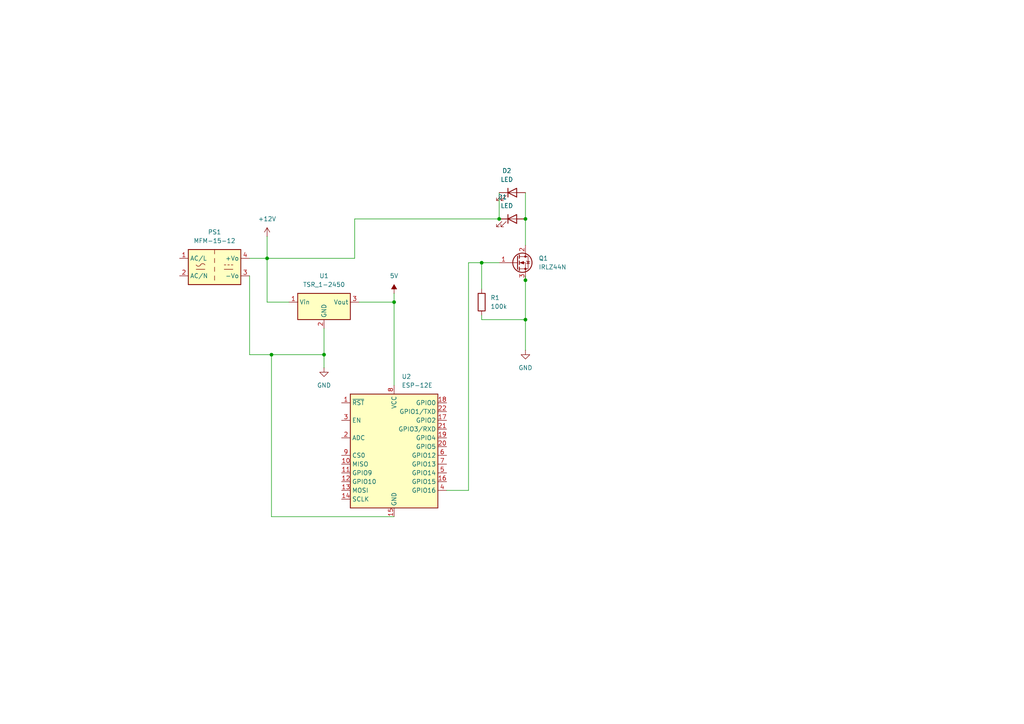
<source format=kicad_sch>
(kicad_sch (version 20231120) (generator "eeschema") (generator_version "8.0")
  (paper "A4")
  (lib_symbols
    (symbol "Converter_ACDC:MFM-15-12"
      (property "Reference" "PS" (at 0 6.35 0))
      (property "Value" "MFM-15-12" (at 0 -6.35 0))
      (symbol "MFM-15-12_0_1"
        (rectangle (start -7.62 5.08) (end 7.62 -5.08) (stroke (width 0.254)) (fill (type background)))
        (arc (start -5.334 0.635) (mid -4.699 0.2495) (end -4.064 0.635))
        (arc (start -2.794 0.635) (mid -3.429 1.0072) (end -4.064 0.635))
        (polyline (pts (xy -5.334 -0.635) (xy -2.794 -0.635)))
        (polyline (pts (xy 0 -2.54) (xy 0 -3.81)))
        (polyline (pts (xy 0 0) (xy 0 -1.27)))
        (polyline (pts (xy 0 2.54) (xy 0 1.27)))
        (polyline (pts (xy 0 5.08) (xy 0 3.81)))
        (polyline (pts (xy 2.794 -0.635) (xy 5.334 -0.635)))
        (polyline (pts (xy 2.794 0.635) (xy 3.302 0.635)))
        (polyline (pts (xy 3.81 0.635) (xy 4.318 0.635)))
        (polyline (pts (xy 4.826 0.635) (xy 5.334 0.635)))
      )
      (symbol "MFM-15-12_1_1"
        (pin power_in line (at -10.16 2.54 0) (length 2.54) (name "AC/L") (number "1"))
        (pin power_in line (at -10.16 -2.54 0) (length 2.54) (name "AC/N") (number "2"))
        (pin power_out line (at 10.16 -2.54 180) (length 2.54) (name "-Vo") (number "3"))
        (pin power_out line (at 10.16 2.54 180) (length 2.54) (name "+Vo") (number "4"))
      )
    )
    (symbol "Device:LED" (pin_numbers hide) (pin_names (offset 1.016) hide)
      (property "Reference" "D" (at 0 2.54 0))
      (property "Value" "LED" (at 0 -2.54 0))
      (symbol "LED_0_1"
        (polyline (pts (xy -1.27 -1.27) (xy -1.27 1.27)) (stroke (width 0.254)))
        (polyline (pts (xy -1.27 0) (xy 1.27 0)))
        (polyline (pts (xy 1.27 -1.27) (xy 1.27 1.27) (xy -1.27 0) (xy 1.27 -1.27)) (stroke (width 0.254)))
        (polyline (pts (xy -3.048 -0.762) (xy -4.572 -2.286) (xy -3.81 -2.286) (xy -4.572 -2.286) (xy -4.572 -1.524)))
        (polyline (pts (xy -1.778 -0.762) (xy -3.302 -2.286) (xy -2.54 -2.286) (xy -3.302 -2.286) (xy -3.302 -1.524)))
      )
      (symbol "LED_1_1"
        (pin passive line (at -3.81 0 0) (length 2.54) (name "K") (number "1"))
        (pin passive line (at 3.81 0 180) (length 2.54) (name "A") (number "2"))
      )
    )
    (symbol "Device:R" (pin_numbers hide) (pin_names (offset 0))
      (property "Reference" "R" (at 2.032 0 90))
      (property "Value" "R" (at 0 0 90))
      (symbol "R_0_1"
        (rectangle (start -1.016 -2.54) (end 1.016 2.54) (stroke (width 0.254)))
      )
      (symbol "R_1_1"
        (pin passive line (at 0 3.81 270) (length 1.27) (name "~") (number "1"))
        (pin passive line (at 0 -3.81 90) (length 1.27) (name "~") (number "2"))
      )
    )
    (symbol "RF_Module:ESP-12E"
      (property "Reference" "U" (at -12.7 19.05 0))
      (property "Value" "ESP-12E" (at 12.7 19.05 0))
      (symbol "ESP-12E_0_1"
        (rectangle (start -12.7 17.78) (end 12.7 -15.24) (stroke (width 0.254)) (fill (type background)))
      )
      (symbol "ESP-12E_1_1"
        (pin input line (at -15.24 15.24 0) (length 2.54) (name "~{RST}") (number "1"))
        (pin bidirectional line (at -15.24 -2.54 0) (length 2.54) (name "MISO") (number "10"))
        (pin bidirectional line (at -15.24 -5.08 0) (length 2.54) (name "GPIO9") (number "11"))
        (pin bidirectional line (at -15.24 -7.62 0) (length 2.54) (name "GPIO10") (number "12"))
        (pin bidirectional line (at -15.24 -10.16 0) (length 2.54) (name "MOSI") (number "13"))
        (pin bidirectional line (at -15.24 -12.7 0) (length 2.54) (name "SCLK") (number "14"))
        (pin power_in line (at 0 -17.78 90) (length 2.54) (name "GND") (number "15"))
        (pin bidirectional line (at 15.24 -7.62 180) (length 2.54) (name "GPIO15") (number "16"))
        (pin bidirectional line (at 15.24 10.16 180) (length 2.54) (name "GPIO2") (number "17"))
        (pin bidirectional line (at 15.24 15.24 180) (length 2.54) (name "GPIO0") (number "18"))
        (pin bidirectional line (at 15.24 5.08 180) (length 2.54) (name "GPIO4") (number "19"))
        (pin input line (at -15.24 5.08 0) (length 2.54) (name "ADC") (number "2"))
        (pin bidirectional line (at 15.24 2.54 180) (length 2.54) (name "GPIO5") (number "20"))
        (pin bidirectional line (at 15.24 7.62 180) (length 2.54) (name "GPIO3/RXD") (number "21"))
        (pin bidirectional line (at 15.24 12.7 180) (length 2.54) (name "GPIO1/TXD") (number "22"))
        (pin input line (at -15.24 10.16 0) (length 2.54) (name "EN") (number "3"))
        (pin bidirectional line (at 15.24 -10.16 180) (length 2.54) (name "GPIO16") (number "4"))
        (pin bidirectional line (at 15.24 -5.08 180) (length 2.54) (name "GPIO14") (number "5"))
        (pin bidirectional line (at 15.24 0 180) (length 2.54) (name "GPIO12") (number "6"))
        (pin bidirectional line (at 15.24 -2.54 180) (length 2.54) (name "GPIO13") (number "7"))
        (pin power_in line (at 0 20.32 270) (length 2.54) (name "VCC") (number "8"))
        (pin input line (at -15.24 0 0) (length 2.54) (name "CS0") (number "9"))
      )
    )
    (symbol "Regulator_Switching:TSR_1-2450"
      (property "Reference" "U" (at -7.62 6.35 0))
      (property "Value" "TSR_1-2450" (at -1.27 6.35 0))
      (symbol "TSR_1-2450_0_1"
        (rectangle (start -7.62 5.08) (end 7.62 -2.54) (stroke (width 0.254)) (fill (type background)))
      )
      (symbol "TSR_1-2450_1_1"
        (pin power_in line (at -10.16 2.54 0) (length 2.54) (name "Vin") (number "1"))
        (pin power_in line (at 0 -5.08 90) (length 2.54) (name "GND") (number "2"))
        (pin power_out line (at 10.16 2.54 180) (length 2.54) (name "Vout") (number "3"))
      )
    )
    (symbol "Transistor_FET:IRLZ44N" (pin_names hide)
      (property "Reference" "Q" (at 5.08 1.905 0))
      (property "Value" "IRLZ44N" (at 5.08 0 0))
      (symbol "IRLZ44N_0_1"
        (polyline (pts (xy 0.254 0) (xy -2.54 0)))
        (polyline (pts (xy 0.254 1.905) (xy 0.254 -1.905)) (stroke (width 0.254)))
        (polyline (pts (xy 0.762 -1.27) (xy 0.762 -2.286)) (stroke (width 0.254)))
        (polyline (pts (xy 0.762 0.508) (xy 0.762 -0.508)) (stroke (width 0.254)))
        (polyline (pts (xy 0.762 2.286) (xy 0.762 1.27)) (stroke (width 0.254)))
        (polyline (pts (xy 2.54 2.54) (xy 2.54 1.778)))
        (polyline (pts (xy 2.54 -2.54) (xy 2.54 0) (xy 0.762 0)))
        (polyline (pts (xy 0.762 -1.778) (xy 3.302 -1.778) (xy 3.302 1.778) (xy 0.762 1.778)))
        (polyline (pts (xy 1.016 0) (xy 2.032 0.381) (xy 2.032 -0.381) (xy 1.016 0)) (fill (type outline)))
        (polyline (pts (xy 2.794 0.508) (xy 2.921 0.381) (xy 3.683 0.381) (xy 3.81 0.254)))
        (polyline (pts (xy 3.302 0.381) (xy 2.921 -0.254) (xy 3.683 -0.254) (xy 3.302 0.381)))
        (circle (center 1.651 0) (radius 2.794) (stroke (width 0.254)))
        (circle (center 2.54 -1.778) (radius 0.254) (fill (type outline)))
        (circle (center 2.54 1.778) (radius 0.254) (fill (type outline)))
      )
      (symbol "IRLZ44N_1_1"
        (pin input line (at -5.08 0 0) (length 2.54) (name "G") (number "1"))
        (pin passive line (at 2.54 5.08 270) (length 2.54) (name "D") (number "2"))
        (pin passive line (at 2.54 -5.08 90) (length 2.54) (name "S") (number "3"))
      )
    )
    (symbol "power:+12V" (power) (pin_numbers hide) (pin_names (offset 0) hide)
      (property "Value" "+12V" (at 0 3.556 0))
      (symbol "+12V_0_1"
        (polyline (pts (xy -0.762 1.27) (xy 0 2.54)))
        (polyline (pts (xy 0 0) (xy 0 2.54)))
        (polyline (pts (xy 0 2.54) (xy 0.762 1.27)))
      )
      (symbol "+12V_1_1"
        (pin power_in line (at 0 0 90) (length 0) (name "~") (number "1"))
      )
    )
    (symbol "power:GND" (power) (pin_numbers hide) (pin_names (offset 0) hide)
      (property "Value" "GND" (at 0 -3.81 0))
      (symbol "GND_0_1"
        (polyline (pts (xy 0 0) (xy 0 -1.27) (xy 1.27 -1.27) (xy 0 -2.54) (xy -1.27 -1.27) (xy 0 -1.27)))
      )
      (symbol "GND_1_1"
        (pin power_in line (at 0 0 270) (length 0) (name "~") (number "1"))
      )
    )
    (symbol "power:VS" (power) (pin_numbers hide) (pin_names (offset 0) hide)
      (property "Value" "VS" (at 0 3.556 0))
      (symbol "VS_0_1"
        (polyline (pts (xy 0 0) (xy 0 2.54)))
        (polyline (pts (xy 0.762 1.27) (xy -0.762 1.27) (xy 0 2.54) (xy 0.762 1.27)) (fill (type outline)))
      )
      (symbol "VS_1_1"
        (pin power_in line (at 0 0 90) (length 0) (name "~") (number "1"))
      )
    )
  )
  (junction (at 139.7 76.2))
  (junction (at 77.47 74.93))
  (junction (at 114.3 87.63))
  (junction (at 93.98 102.87))
  (junction (at 152.4 63.5))
  (junction (at 152.4 92.71))
  (junction (at 78.74 102.87))
  (junction (at 152.4 81.28))
  (junction (at 144.78 63.5))
  (wire (pts (xy 104.14 87.63) (xy 114.3 87.63)))
  (wire (pts (xy 144.78 63.5) (xy 102.87 63.5)))
  (wire (pts (xy 139.7 76.2) (xy 139.7 83.82)))
  (wire (pts (xy 152.4 92.71) (xy 152.4 101.6)))
  (wire (pts (xy 72.39 102.87) (xy 78.74 102.87)))
  (wire (pts (xy 152.4 80.01) (xy 152.4 81.28)))
  (wire (pts (xy 83.82 87.63) (xy 77.47 87.63)))
  (wire (pts (xy 135.89 142.24) (xy 129.54 142.24)))
  (wire (pts (xy 114.3 149.86) (xy 78.74 149.86)))
  (wire (pts (xy 144.78 55.88) (xy 144.78 63.5)))
  (wire (pts (xy 93.98 95.25) (xy 93.98 102.87)))
  (wire (pts (xy 93.98 102.87) (xy 93.98 106.68)))
  (wire (pts (xy 72.39 74.93) (xy 77.47 74.93)))
  (wire (pts (xy 114.3 111.76) (xy 114.3 87.63)))
  (wire (pts (xy 77.47 74.93) (xy 77.47 68.58)))
  (wire (pts (xy 102.87 63.5) (xy 102.87 74.93)))
  (wire (pts (xy 152.4 92.71) (xy 139.7 92.71)))
  (wire (pts (xy 102.87 74.93) (xy 77.47 74.93)))
  (wire (pts (xy 114.3 85.09) (xy 114.3 87.63)))
  (wire (pts (xy 78.74 102.87) (xy 93.98 102.87)))
  (wire (pts (xy 152.4 81.28) (xy 152.4 92.71)))
  (wire (pts (xy 78.74 149.86) (xy 78.74 102.87)))
  (wire (pts (xy 152.4 63.5) (xy 152.4 71.12)))
  (wire (pts (xy 139.7 76.2) (xy 144.78 76.2)))
  (wire (pts (xy 77.47 87.63) (xy 77.47 74.93)))
  (wire (pts (xy 72.39 80.01) (xy 72.39 102.87)))
  (wire (pts (xy 139.7 92.71) (xy 139.7 91.44)))
  (wire (pts (xy 135.89 76.2) (xy 135.89 142.24)))
  (wire (pts (xy 135.89 76.2) (xy 139.7 76.2)))
  (wire (pts (xy 152.4 55.88) (xy 152.4 63.5)))
  (symbol (lib_id "power:GND") (at 93.98 106.68 0) (unit 1)
    (property "Reference" "#PWR02" (effects (hide yes)))
    (property "Value" "GND" (at 93.98 111.76 0))
    (property "Description" "Power symbol creates a global label with name \"GND\" , ground" (effects (hide yes)))
  )
  (symbol (lib_id "Device:LED") (at 148.59 55.88 0) (unit 1)
    (property "Reference" "D2" (at 147.0025 49.53 0))
    (property "Value" "LED" (at 147.0025 52.07 0))
    (property "Description" "Light emitting diode" (effects (hide yes)))
  )
  (symbol (lib_id "power:VS") (at 114.3 85.09 0) (unit 1)
    (property "Reference" "#PWR04" (effects (hide yes)))
    (property "Value" "5V" (at 114.3 80.01 0))
    (property "Description" "Power symbol creates a global label with name \"VS\"" (effects (hide yes)))
  )
  (symbol (lib_id "Regulator_Switching:TSR_1-2450") (at 93.98 90.17 0) (unit 1)
    (property "Reference" "U1" (at 93.98 80.01 0))
    (property "Value" "TSR_1-2450" (at 93.98 82.55 0))
    (property "Footprint" "Converter_DCDC:Converter_DCDC_TRACO_TSR-1_THT" (effects (hide yes)))
    (property "Datasheet" "http://www.tracopower.com/products/tsr1.pdf" (effects (hide yes)))
    (property "Description" "1A step-down regulator module, fixed 5V output voltage, 5-36V input voltage, -40°C to +85°C temperature range, TO-220 compatible LM78xx replacement" (effects (hide yes)))
  )
  (symbol (lib_id "Device:LED") (at 148.59 63.5 0) (unit 1)
    (property "Reference" "D1" (at 145.7325 57.15 0))
    (property "Value" "LED" (at 147.0025 59.69 0))
    (property "Description" "Light emitting diode" (effects (hide yes)))
  )
  (symbol (lib_id "RF_Module:ESP-12E") (at 114.3 132.08 0) (unit 1)
    (property "Reference" "U2" (at 116.4941 109.22 0) (effects (justify left)))
    (property "Value" "ESP-12E" (at 116.4941 111.76 0) (effects (justify left)))
    (property "Footprint" "RF_Module:ESP-12E" (effects (hide yes)))
    (property "Datasheet" "http://wiki.ai-thinker.com/_media/esp8266/esp8266_series_modules_user_manual_v1.1.pdf" (effects (hide yes)))
    (property "Description" "802.11 b/g/n Wi-Fi Module" (effects (hide yes)))
  )
  (symbol (lib_id "Transistor_FET:IRLZ44N") (at 149.86 76.2 0) (unit 1)
    (property "Reference" "Q1" (at 156.21 74.9299 0) (effects (justify left)))
    (property "Value" "IRLZ44N" (at 156.21 77.4699 0) (effects (justify left)))
    (property "Footprint" "Package_TO_SOT_THT:TO-220-3_Vertical" (effects (hide yes)))
    (property "Datasheet" "http://www.irf.com/product-info/datasheets/data/irlz44n.pdf" (effects (hide yes)))
    (property "Description" "47A Id, 55V Vds, 22mOhm Rds Single N-Channel HEXFET Power MOSFET, TO-220AB" (effects (hide yes)))
  )
  (symbol (lib_id "Device:R") (at 139.7 87.63 0) (unit 1)
    (property "Reference" "R1" (at 142.24 86.3599 0) (effects (justify left)))
    (property "Value" "100k" (at 142.24 88.8999 0) (effects (justify left)))
    (property "Description" "Resistor" (effects (hide yes)))
  )
  (symbol (lib_id "power:+12V") (at 77.47 68.58 0) (unit 1)
    (property "Reference" "#PWR01" (effects (hide yes)))
    (property "Value" "+12V" (at 77.47 63.5 0))
    (property "Description" "Power symbol creates a global label with name \"+12V\"" (effects (hide yes)))
  )
  (symbol (lib_id "power:GND") (at 152.4 101.6 0) (unit 1)
    (property "Reference" "#PWR03" (effects (hide yes)))
    (property "Value" "GND" (at 152.4 106.68 0))
    (property "Description" "Power symbol creates a global label with name \"GND\" , ground" (effects (hide yes)))
  )
  (symbol (lib_id "Converter_ACDC:MFM-15-12") (at 62.23 77.47 0) (unit 1)
    (property "Reference" "PS1" (at 62.23 67.31 0))
    (property "Value" "MFM-15-12" (at 62.23 69.85 0))
    (property "Footprint" "Converter_ACDC:Converter_ACDC_MeanWell_MFM-15-xx_THT" (effects (hide yes)))
    (property "Datasheet" "https://www.meanwell.com/Upload/PDF/MFM-15/MFM-15-SPEC.PDF" (effects (hide yes)))
    (property "Description" "Meanwell AC/DC converter, 80-264VAC, output 12V, 15 watts" (effects (hide yes)))
  )
)
</source>
